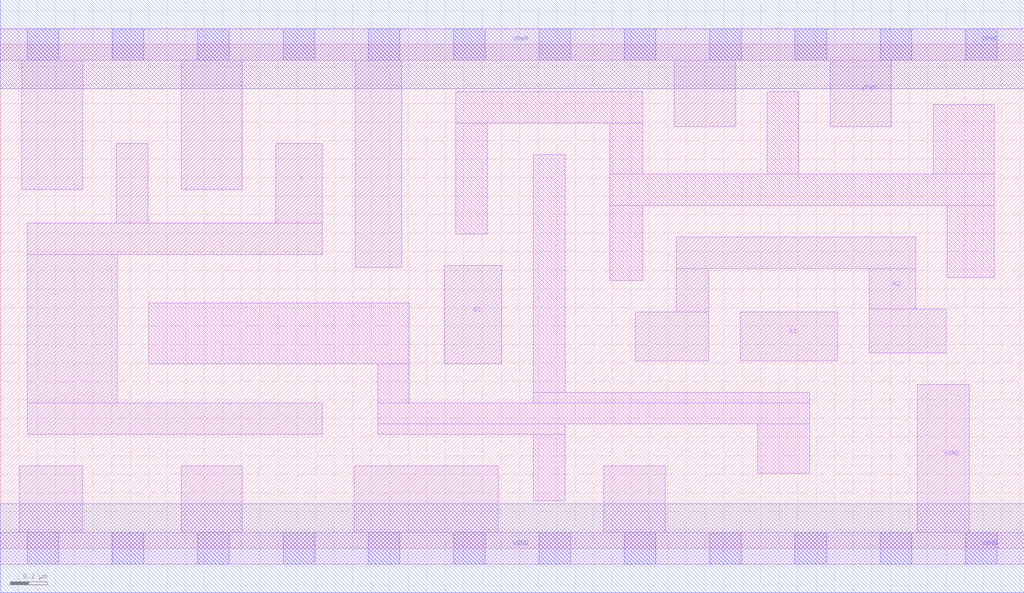
<source format=lef>
# Copyright 2020 The SkyWater PDK Authors
#
# Licensed under the Apache License, Version 2.0 (the "License");
# you may not use this file except in compliance with the License.
# You may obtain a copy of the License at
#
#     https://www.apache.org/licenses/LICENSE-2.0
#
# Unless required by applicable law or agreed to in writing, software
# distributed under the License is distributed on an "AS IS" BASIS,
# WITHOUT WARRANTIES OR CONDITIONS OF ANY KIND, either express or implied.
# See the License for the specific language governing permissions and
# limitations under the License.
#
# SPDX-License-Identifier: Apache-2.0

VERSION 5.7 ;
  NAMESCASESENSITIVE ON ;
  NOWIREEXTENSIONATPIN ON ;
  DIVIDERCHAR "/" ;
  BUSBITCHARS "[]" ;
UNITS
  DATABASE MICRONS 200 ;
END UNITS
MACRO sky130_fd_sc_hd__a21o_4
  CLASS CORE ;
  SOURCE USER ;
  FOREIGN sky130_fd_sc_hd__a21o_4 ;
  ORIGIN  0.000000  0.000000 ;
  SIZE  5.520000 BY  2.720000 ;
  SYMMETRY X Y R90 ;
  SITE unithd ;
  PIN A1
    ANTENNAGATEAREA  0.495000 ;
    DIRECTION INPUT ;
    USE SIGNAL ;
    PORT
      LAYER li1 ;
        RECT 3.990000 1.010000 4.515000 1.275000 ;
    END
  END A1
  PIN A2
    ANTENNAGATEAREA  0.495000 ;
    DIRECTION INPUT ;
    USE SIGNAL ;
    PORT
      LAYER li1 ;
        RECT 3.425000 1.010000 3.820000 1.275000 ;
        RECT 3.645000 1.275000 3.820000 1.510000 ;
        RECT 3.645000 1.510000 4.935000 1.680000 ;
        RECT 4.685000 1.055000 5.100000 1.290000 ;
        RECT 4.685000 1.290000 4.935000 1.510000 ;
    END
  END A2
  PIN B1
    ANTENNAGATEAREA  0.495000 ;
    DIRECTION INPUT ;
    USE SIGNAL ;
    PORT
      LAYER li1 ;
        RECT 2.395000 0.995000 2.705000 1.525000 ;
    END
  END B1
  PIN X
    ANTENNADIFFAREA  0.924000 ;
    DIRECTION OUTPUT ;
    USE SIGNAL ;
    PORT
      LAYER li1 ;
        RECT 0.145000 0.615000 1.735000 0.785000 ;
        RECT 0.145000 0.785000 0.630000 1.585000 ;
        RECT 0.145000 1.585000 1.735000 1.755000 ;
        RECT 0.625000 1.755000 0.795000 2.185000 ;
        RECT 1.485000 1.755000 1.735000 2.185000 ;
    END
  END X
  PIN VGND
    DIRECTION INOUT ;
    SHAPE ABUTMENT ;
    USE GROUND ;
    PORT
      LAYER li1 ;
        RECT 0.000000 -0.085000 5.520000 0.085000 ;
        RECT 0.105000  0.085000 0.445000 0.445000 ;
        RECT 0.975000  0.085000 1.305000 0.445000 ;
        RECT 1.910000  0.085000 2.685000 0.445000 ;
        RECT 3.255000  0.085000 3.585000 0.445000 ;
        RECT 4.945000  0.085000 5.225000 0.885000 ;
      LAYER mcon ;
        RECT 0.145000 -0.085000 0.315000 0.085000 ;
        RECT 0.605000 -0.085000 0.775000 0.085000 ;
        RECT 1.065000 -0.085000 1.235000 0.085000 ;
        RECT 1.525000 -0.085000 1.695000 0.085000 ;
        RECT 1.985000 -0.085000 2.155000 0.085000 ;
        RECT 2.445000 -0.085000 2.615000 0.085000 ;
        RECT 2.905000 -0.085000 3.075000 0.085000 ;
        RECT 3.365000 -0.085000 3.535000 0.085000 ;
        RECT 3.825000 -0.085000 3.995000 0.085000 ;
        RECT 4.285000 -0.085000 4.455000 0.085000 ;
        RECT 4.745000 -0.085000 4.915000 0.085000 ;
        RECT 5.205000 -0.085000 5.375000 0.085000 ;
      LAYER met1 ;
        RECT 0.000000 -0.240000 5.520000 0.240000 ;
    END
  END VGND
  PIN VPWR
    DIRECTION INOUT ;
    SHAPE ABUTMENT ;
    USE POWER ;
    PORT
      LAYER li1 ;
        RECT 0.000000 2.635000 5.520000 2.805000 ;
        RECT 0.115000 1.935000 0.445000 2.635000 ;
        RECT 0.975000 1.935000 1.305000 2.635000 ;
        RECT 1.915000 1.515000 2.165000 2.635000 ;
        RECT 3.635000 2.275000 3.965000 2.635000 ;
        RECT 4.475000 2.275000 4.805000 2.635000 ;
      LAYER mcon ;
        RECT 0.145000 2.635000 0.315000 2.805000 ;
        RECT 0.605000 2.635000 0.775000 2.805000 ;
        RECT 1.065000 2.635000 1.235000 2.805000 ;
        RECT 1.525000 2.635000 1.695000 2.805000 ;
        RECT 1.985000 2.635000 2.155000 2.805000 ;
        RECT 2.445000 2.635000 2.615000 2.805000 ;
        RECT 2.905000 2.635000 3.075000 2.805000 ;
        RECT 3.365000 2.635000 3.535000 2.805000 ;
        RECT 3.825000 2.635000 3.995000 2.805000 ;
        RECT 4.285000 2.635000 4.455000 2.805000 ;
        RECT 4.745000 2.635000 4.915000 2.805000 ;
        RECT 5.205000 2.635000 5.375000 2.805000 ;
      LAYER met1 ;
        RECT 0.000000 2.480000 5.520000 2.960000 ;
    END
  END VPWR
  OBS
    LAYER li1 ;
      RECT 0.800000 0.995000 2.205000 1.325000 ;
      RECT 2.035000 0.615000 3.045000 0.670000 ;
      RECT 2.035000 0.670000 4.365000 0.785000 ;
      RECT 2.035000 0.785000 2.205000 0.995000 ;
      RECT 2.455000 1.695000 2.625000 2.295000 ;
      RECT 2.455000 2.295000 3.465000 2.465000 ;
      RECT 2.875000 0.255000 3.045000 0.615000 ;
      RECT 2.875000 0.785000 4.365000 0.840000 ;
      RECT 2.875000 0.840000 3.045000 2.125000 ;
      RECT 3.285000 1.445000 3.465000 1.850000 ;
      RECT 3.285000 1.850000 5.360000 2.020000 ;
      RECT 3.285000 2.020000 3.465000 2.295000 ;
      RECT 4.085000 0.405000 4.365000 0.670000 ;
      RECT 4.135000 2.020000 4.305000 2.465000 ;
      RECT 5.030000 2.020000 5.360000 2.395000 ;
      RECT 5.105000 1.460000 5.360000 1.850000 ;
  END
END sky130_fd_sc_hd__a21o_4
END LIBRARY

</source>
